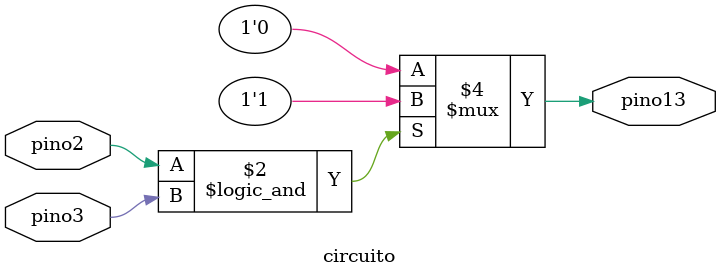
<source format=v>
module circuito (
    input wire pino2,       // Primeiro botão
    input wire pino3,       // Segundo botão
    output reg pino13       // Saída conectada ao LED
);

always @(*) begin
    if (pino2 && pino3)     // LED ligado apenas se ambos os botões forem pressionados
        pino13 = 1'b1;
    else
        pino13 = 1'b0;
end

endmodule

</source>
